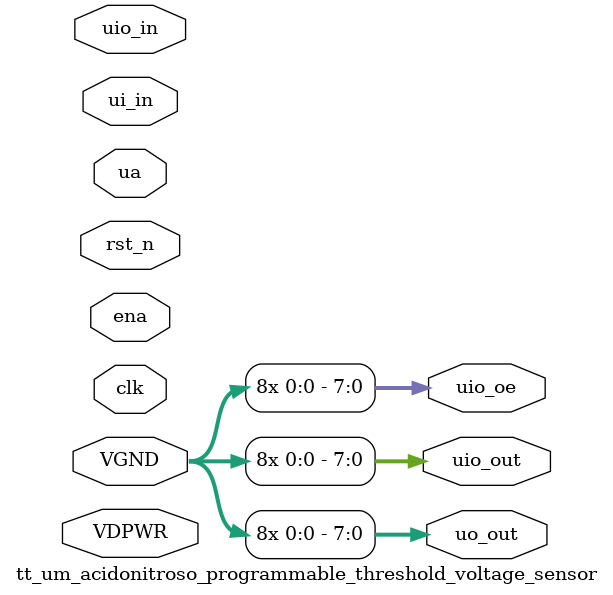
<source format=v>
/*
 * Copyright (c) 2024 Your Name
 * SPDX-License-Identifier: Apache-2.0
 */

`default_nettype none

module tt_um_acidonitroso_programmable_threshold_voltage_sensor (
    input  wire       VGND,
    input  wire       VDPWR,    // 1.8v power supply
//    input  wire       VAPWR,    // 3.3v power supply
    input  wire [7:0] ui_in,    // Dedicated inputs
    output wire [7:0] uo_out,   // Dedicated outputs
    input  wire [7:0] uio_in,   // IOs: Input path
    output wire [7:0] uio_out,  // IOs: Output path
    output wire [7:0] uio_oe,   // IOs: Enable path (active high: 0=input, 1=output)
    inout  wire [7:0] ua,       // Analog pins, only ua[5:0] can be used
    input  wire       ena,      // always 1 when the design is powered, so you can ignore it
    input  wire       clk,      // clock
    input  wire       rst_n     // reset_n - low to reset
);



 wire [7:0] int_y;
 wire [7:0] int_n;

/*
decoder_p decoder_p(
		    .in[0](ui_in[0]),
		    .in[1](ui_in[1]),
		    .in[2](ui_in[2]),
		    .y_d(int_y),
		    .n_d(int_n),
		    .VPWR(VDPWR),
                    .VGND(VGND)
);

analog analog(
	      .in0(ua[2]),
	      .out(ua[1]),
	      .Vref(ua[0]),
	      .y_d[7](int_y[7]),
	      .y_d[6](int_y[6]),
	      .y_d[5](int_y[5]),
	      .y_d[4](int_y[4]),
	      .y_d[3](int_y[3]),
	      .y_d[2](int_y[2]),
	      .y_d[1](int_y[1]),
	      .y_d[0](int_y[0]),
	      .n_d[7](int_n[7]),
	      .n_d[6](int_n[6]),
	      .n_d[5](int_n[5]),
	      .n_d[4](int_n[4]),
	      .n_d[3](int_n[3]),
	      .n_d[2](int_n[2]),
	      .n_d[1](int_n[1]),
	      .n_d[0](int_n[0]),
	      .Vdd(VDPWR),
	      .Vss(VGND)

);
*/

assign uo_out[0] = VGND;
assign uo_out[1] = VGND;
assign uo_out[2] = VGND;
assign uo_out[3] = VGND;
assign uo_out[4] = VGND;
assign uo_out[5] = VGND;
assign uo_out[6] = VGND;
assign uo_out[7] = VGND;

assign uio_out[0] = VGND;
assign uio_out[1] = VGND;
assign uio_out[2] = VGND;
assign uio_out[3] = VGND;
assign uio_out[4] = VGND;
assign uio_out[5] = VGND;
assign uio_out[6] = VGND;
assign uio_out[7] = VGND;

assign uio_oe[0] = VGND;
assign uio_oe[1] = VGND;
assign uio_oe[2] = VGND;
assign uio_oe[3] = VGND;
assign uio_oe[4] = VGND;
assign uio_oe[5] = VGND;
assign uio_oe[6] = VGND;
assign uio_oe[7] = VGND;

endmodule

</source>
